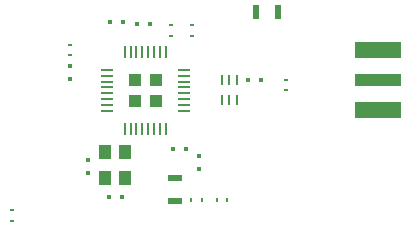
<source format=gbr>
G04 #@! TF.FileFunction,Paste,Top*
%FSLAX46Y46*%
G04 Gerber Fmt 4.6, Leading zero omitted, Abs format (unit mm)*
G04 Created by KiCad (PCBNEW 4.0.7) date Fri Oct 27 16:40:53 2017*
%MOMM*%
%LPD*%
G01*
G04 APERTURE LIST*
%ADD10C,0.100000*%
%ADD11R,0.197600X0.847600*%
%ADD12R,0.447600X0.347600*%
%ADD13R,0.347600X0.447600*%
%ADD14R,3.911600X1.371600*%
%ADD15R,3.911600X1.117600*%
%ADD16R,0.547600X1.147600*%
%ADD17R,1.147600X0.547600*%
%ADD18R,0.447600X0.247600*%
%ADD19R,0.247600X0.447600*%
%ADD20R,1.047600X0.127600*%
%ADD21R,0.127600X1.047600*%
%ADD22R,1.020600X1.020600*%
%ADD23R,1.047600X1.247600*%
G04 APERTURE END LIST*
D10*
D11*
X191912000Y-80938000D03*
X191262000Y-80938000D03*
X190612000Y-80938000D03*
X190612000Y-82638000D03*
X191262000Y-82638000D03*
X191912000Y-82638000D03*
D12*
X183473000Y-76200000D03*
X184573000Y-76200000D03*
X182287000Y-76009500D03*
X181187000Y-76009500D03*
D13*
X177800000Y-79714000D03*
X177800000Y-80814000D03*
X179324000Y-88815000D03*
X179324000Y-87715000D03*
D12*
X187621000Y-86741000D03*
X186521000Y-86741000D03*
D13*
X188722000Y-87334000D03*
X188722000Y-88434000D03*
D12*
X181060000Y-90805000D03*
X182160000Y-90805000D03*
X193971000Y-80899000D03*
X192871000Y-80899000D03*
D14*
X203835000Y-83413600D03*
X203835000Y-78333600D03*
D15*
X203835000Y-80873600D03*
D16*
X195387000Y-75184000D03*
X193487000Y-75184000D03*
D17*
X186626500Y-89220000D03*
X186626500Y-91120000D03*
D18*
X177800000Y-78809000D03*
X177800000Y-77909000D03*
X186309000Y-77158000D03*
X186309000Y-76258000D03*
X188087000Y-77158000D03*
X188087000Y-76258000D03*
D19*
X188918000Y-91059000D03*
X188018000Y-91059000D03*
X190177000Y-91059000D03*
X191077000Y-91059000D03*
D18*
X196037200Y-81780800D03*
X196037200Y-80880800D03*
D20*
X187400000Y-83538000D03*
X187400000Y-83038000D03*
X187400000Y-82538000D03*
X187400000Y-82038000D03*
X187400000Y-81538000D03*
X187400000Y-81038000D03*
X187400000Y-80538000D03*
X187400000Y-80038000D03*
D21*
X185900000Y-78538000D03*
X185400000Y-78538000D03*
X184900000Y-78538000D03*
X184400000Y-78538000D03*
X183900000Y-78538000D03*
X183400000Y-78538000D03*
X182900000Y-78538000D03*
X182400000Y-78538000D03*
D20*
X180900000Y-80038000D03*
X180900000Y-80538000D03*
X180900000Y-81038000D03*
X180900000Y-81538000D03*
X180900000Y-82038000D03*
X180900000Y-82538000D03*
X180900000Y-83038000D03*
X180900000Y-83538000D03*
D21*
X182400000Y-85038000D03*
X182900000Y-85038000D03*
X183400000Y-85038000D03*
X183900000Y-85038000D03*
X184400000Y-85038000D03*
X184900000Y-85038000D03*
X185400000Y-85038000D03*
X185900000Y-85038000D03*
D22*
X185012500Y-82650500D03*
X183287500Y-82650500D03*
X185012500Y-80925500D03*
X183287500Y-80925500D03*
D23*
X182460000Y-89238000D03*
X182460000Y-87038000D03*
X180760000Y-87038000D03*
X180760000Y-89238000D03*
D18*
X172897800Y-91955200D03*
X172897800Y-92855200D03*
M02*

</source>
